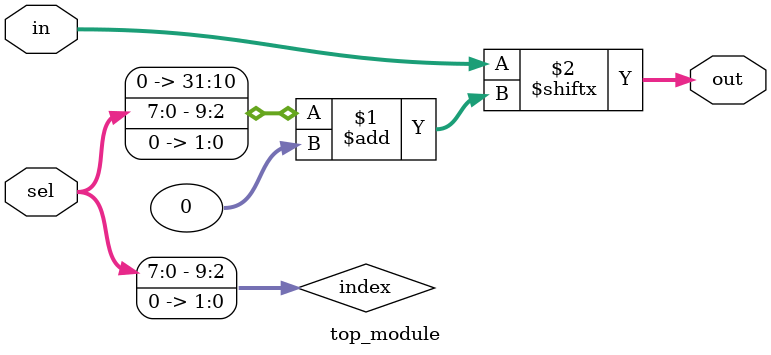
<source format=sv>
module top_module (
	input [1023:0] in,
	input [7:0] sel,
	output [3:0] out
);

	// Calculate index based on selection vector (sel)
	reg [9:0] index = sel << 2;
	
	// Extract 4-bit block from input vector (in) based on index
	assign out = in[index +: 4];

endmodule

</source>
